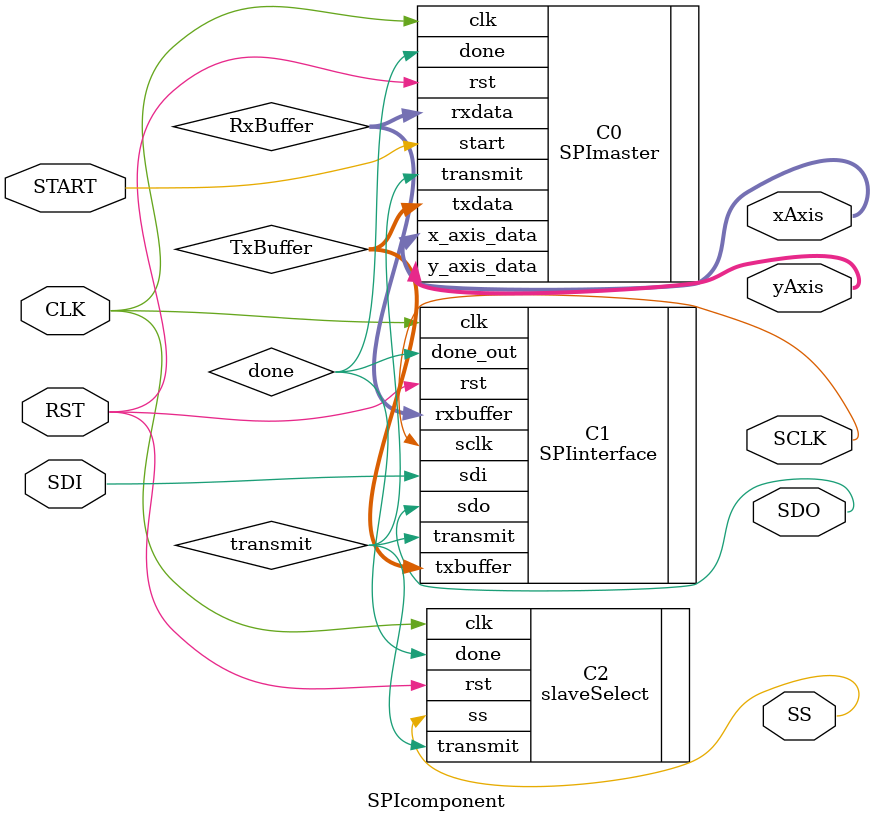
<source format=v>
`timescale 1ns / 1ps

//  ===================================================================================
//  								  Define Module, Inputs and Outputs
//  ===================================================================================
module SPIcomponent(
		CLK,
		RST,
		START,
		SDI,
		SDO,
		SCLK,
		SS,
		xAxis,
		yAxis//,
//		zAxis
);

// ====================================================================================
// 										Port Declarations
// ====================================================================================
   input        CLK;
   input        RST;
   input        START;
   input        SDI;
   output       SDO;
   output       SCLK;
   output       SS;
   output [9:0] xAxis;
   output [9:0] yAxis;
//   output [9:0] zAxis;
   
// ====================================================================================
// 								Parameters, Register, and Wires
// ====================================================================================
	wire [9:0] 	 xAxis;
	wire [9:0] 	 yAxis;
//	wire [9:0] 	 zAxis;

   wire [15:0]  TxBuffer;
   wire [7:0]   RxBuffer;
   wire         doneConfigure;
   wire         done;
   wire         transmit;
   
//  ===================================================================================
// 							  				Implementation
//  ===================================================================================
   
		//-------------------------------------------------------------------------
		//	Controls SPI Interface, Stores Received Data, and Controls Data to Send
		//-------------------------------------------------------------------------
		SPImaster C0(
					.rst(RST),
					.start(START),
					.clk(CLK),
					.transmit(transmit),
					.txdata(TxBuffer),
					.rxdata(RxBuffer),
					.done(done),
					.x_axis_data(xAxis),
					.y_axis_data(yAxis)//,
//					.z_axis_data(zAxis)
		);
		
		//-------------------------------------------------------------------------
		//		 Produces Timing Signal, Reads ACL Data, and Writes Data to ACL
		//-------------------------------------------------------------------------
		SPIinterface C1(
					.sdi(SDI),
					.sdo(SDO),
					.rst(RST),
					.clk(CLK),
					.sclk(SCLK),
					.txbuffer(TxBuffer),
					.rxbuffer(RxBuffer),
					.done_out(done),
					.transmit(transmit)
		);
		
		//-------------------------------------------------------------------------
		//		 			 	Enables/Disables PmodACL Communication
		//-------------------------------------------------------------------------
		slaveSelect C2(
					.clk(CLK),
					.ss(SS),
					.done(done),
					.transmit(transmit),
					.rst(RST)
		);
   
endmodule

</source>
